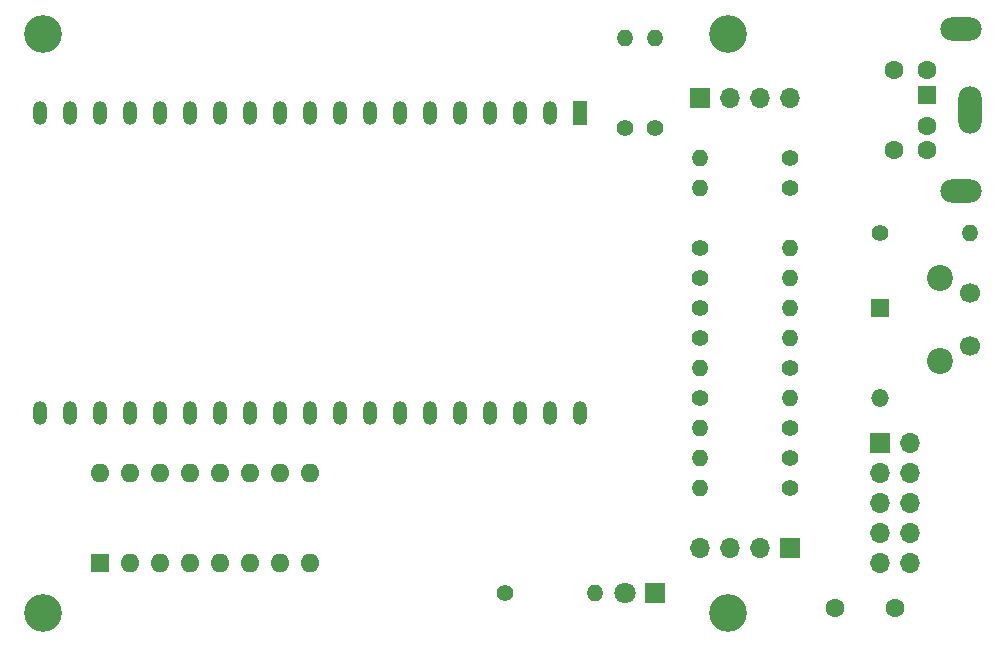
<source format=gts>
G04 #@! TF.GenerationSoftware,KiCad,Pcbnew,7.0.9*
G04 #@! TF.CreationDate,2023-11-12T17:18:31+09:00*
G04 #@! TF.ProjectId,SharpKeyQ,53686172-704b-4657-9951-2e6b69636164,rev?*
G04 #@! TF.SameCoordinates,Original*
G04 #@! TF.FileFunction,Soldermask,Top*
G04 #@! TF.FilePolarity,Negative*
%FSLAX46Y46*%
G04 Gerber Fmt 4.6, Leading zero omitted, Abs format (unit mm)*
G04 Created by KiCad (PCBNEW 7.0.9) date 2023-11-12 17:18:31*
%MOMM*%
%LPD*%
G01*
G04 APERTURE LIST*
%ADD10C,1.400000*%
%ADD11O,1.400000X1.400000*%
%ADD12R,1.600000X1.600000*%
%ADD13O,1.600000X1.600000*%
%ADD14R,1.700000X1.700000*%
%ADD15O,1.700000X1.700000*%
%ADD16R,1.200000X2.000000*%
%ADD17O,1.200000X2.000000*%
%ADD18R,1.500000X1.500000*%
%ADD19O,1.500000X1.500000*%
%ADD20C,1.600000*%
%ADD21C,3.200000*%
%ADD22R,1.800000X1.800000*%
%ADD23C,1.800000*%
%ADD24C,2.200000*%
%ADD25C,1.700000*%
%ADD26O,3.500000X2.000000*%
%ADD27O,2.000000X4.000000*%
G04 APERTURE END LIST*
D10*
G04 #@! TO.C,R9*
X142240000Y-100330000D03*
D11*
X149860000Y-100330000D03*
G04 #@! TD*
D10*
G04 #@! TO.C,R4*
X138430000Y-77470000D03*
D11*
X138430000Y-69850000D03*
G04 #@! TD*
D10*
G04 #@! TO.C,R2*
X149860000Y-82550000D03*
D11*
X142240000Y-82550000D03*
G04 #@! TD*
D10*
G04 #@! TO.C,R5*
X157480000Y-86360000D03*
D11*
X165100000Y-86360000D03*
G04 #@! TD*
D10*
G04 #@! TO.C,R15*
X125730000Y-116840000D03*
D11*
X133350000Y-116840000D03*
G04 #@! TD*
D10*
G04 #@! TO.C,R14*
X149860000Y-97790000D03*
D11*
X142240000Y-97790000D03*
G04 #@! TD*
D12*
G04 #@! TO.C,U2*
X91440000Y-114300000D03*
D13*
X93980000Y-114300000D03*
X96520000Y-114300000D03*
X99060000Y-114300000D03*
X101600000Y-114300000D03*
X104140000Y-114300000D03*
X106680000Y-114300000D03*
X109220000Y-114300000D03*
X109220000Y-106680000D03*
X106680000Y-106680000D03*
X104140000Y-106680000D03*
X101600000Y-106680000D03*
X99060000Y-106680000D03*
X96520000Y-106680000D03*
X93980000Y-106680000D03*
X91440000Y-106680000D03*
G04 #@! TD*
D14*
G04 #@! TO.C,J3*
X149860000Y-113030000D03*
D15*
X147320000Y-113030000D03*
X144780000Y-113030000D03*
X142240000Y-113030000D03*
G04 #@! TD*
D16*
G04 #@! TO.C,U1*
X132080000Y-76200000D03*
D17*
X129540000Y-76200000D03*
X127000000Y-76200000D03*
X124460000Y-76200000D03*
X121920000Y-76200000D03*
X119380000Y-76200000D03*
X116840000Y-76200000D03*
X114300000Y-76200000D03*
X111760000Y-76200000D03*
X109220000Y-76200000D03*
X106680000Y-76200000D03*
X104140000Y-76200000D03*
X101600000Y-76200000D03*
X99060000Y-76200000D03*
X96520000Y-76200000D03*
X93980000Y-76200000D03*
X91440000Y-76200000D03*
X88900000Y-76200000D03*
X86360000Y-76200000D03*
X86362720Y-101596320D03*
X88902720Y-101596320D03*
X91440000Y-101600000D03*
X93980000Y-101600000D03*
X96520000Y-101600000D03*
X99060000Y-101600000D03*
X101600000Y-101600000D03*
X104140000Y-101600000D03*
X106680000Y-101600000D03*
X109220000Y-101600000D03*
X111760000Y-101600000D03*
X114300000Y-101600000D03*
X116840000Y-101600000D03*
X119380000Y-101600000D03*
X121920000Y-101600000D03*
X124460000Y-101600000D03*
X127000000Y-101600000D03*
X129540000Y-101600000D03*
X132080000Y-101600000D03*
G04 #@! TD*
D10*
G04 #@! TO.C,R12*
X149860000Y-107950000D03*
D11*
X142240000Y-107950000D03*
G04 #@! TD*
D18*
G04 #@! TO.C,D1*
X157480000Y-92705000D03*
D19*
X157480000Y-100325000D03*
G04 #@! TD*
D20*
G04 #@! TO.C,C1*
X153710000Y-118110000D03*
X158710000Y-118110000D03*
G04 #@! TD*
D21*
G04 #@! TO.C,REF3*
X86600000Y-118540000D03*
G04 #@! TD*
D10*
G04 #@! TO.C,R8*
X149860000Y-105410000D03*
D11*
X142240000Y-105410000D03*
G04 #@! TD*
D21*
G04 #@! TO.C,REF2*
X144600000Y-69540000D03*
G04 #@! TD*
G04 #@! TO.C,REF4*
X144600000Y-118540000D03*
G04 #@! TD*
D10*
G04 #@! TO.C,R10*
X142240000Y-95250000D03*
D11*
X149860000Y-95250000D03*
G04 #@! TD*
D10*
G04 #@! TO.C,R6*
X142240000Y-90170000D03*
D11*
X149860000Y-90170000D03*
G04 #@! TD*
D14*
G04 #@! TO.C,J2*
X142240000Y-74930000D03*
D15*
X144780000Y-74930000D03*
X147320000Y-74930000D03*
X149860000Y-74930000D03*
G04 #@! TD*
D10*
G04 #@! TO.C,R11*
X142240000Y-92710000D03*
D11*
X149860000Y-92710000D03*
G04 #@! TD*
D10*
G04 #@! TO.C,R1*
X149860000Y-80010000D03*
D11*
X142240000Y-80010000D03*
G04 #@! TD*
D10*
G04 #@! TO.C,R7*
X142240000Y-87630000D03*
D11*
X149860000Y-87630000D03*
G04 #@! TD*
D22*
G04 #@! TO.C,D2*
X138430000Y-116840000D03*
D23*
X135890000Y-116840000D03*
G04 #@! TD*
D21*
G04 #@! TO.C,REF1*
X86600000Y-69540000D03*
G04 #@! TD*
D24*
G04 #@! TO.C,SW1*
X162600000Y-90190000D03*
X162600000Y-97190000D03*
D25*
X165100000Y-91440000D03*
X165100000Y-95940000D03*
G04 #@! TD*
D14*
G04 #@! TO.C,J4*
X157480000Y-104145000D03*
D15*
X160020000Y-104145000D03*
X157480000Y-106685000D03*
X160020000Y-106685000D03*
X157480000Y-109225000D03*
X160020000Y-109225000D03*
X157480000Y-111765000D03*
X160020000Y-111765000D03*
X157480000Y-114305000D03*
X160020000Y-114305000D03*
G04 #@! TD*
D10*
G04 #@! TO.C,R3*
X135890000Y-77470000D03*
D11*
X135890000Y-69850000D03*
G04 #@! TD*
D12*
G04 #@! TO.C,J1*
X161450000Y-74700000D03*
D20*
X161450000Y-77300000D03*
X161450000Y-72600000D03*
X161450000Y-79400000D03*
X158650000Y-72600000D03*
X158650000Y-79400000D03*
D26*
X164300000Y-82850000D03*
D27*
X165100000Y-76000000D03*
D26*
X164300000Y-69150000D03*
G04 #@! TD*
D10*
G04 #@! TO.C,R13*
X149860000Y-102870000D03*
D11*
X142240000Y-102870000D03*
G04 #@! TD*
M02*

</source>
